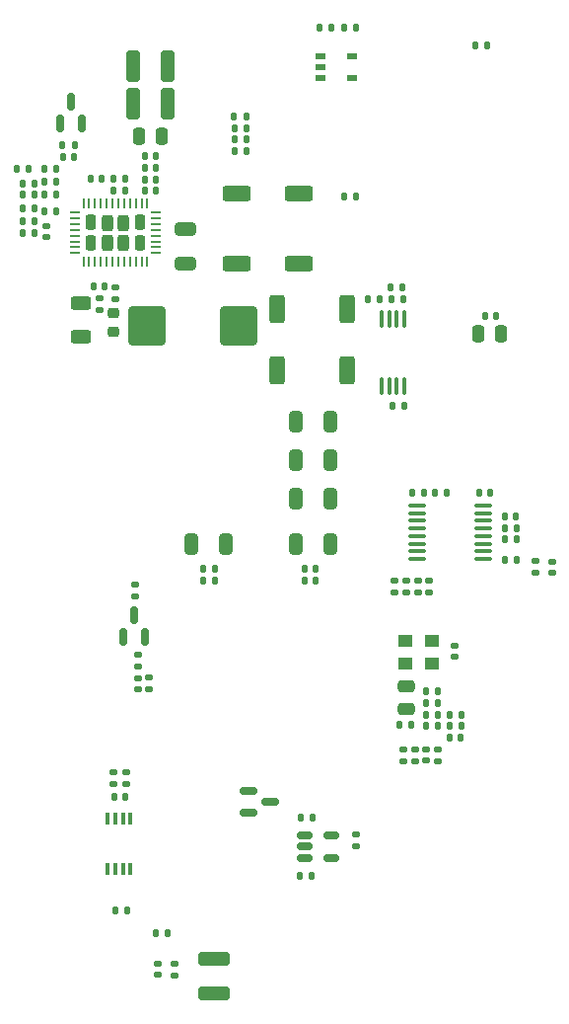
<source format=gbr>
%TF.GenerationSoftware,KiCad,Pcbnew,9.0.2*%
%TF.CreationDate,2025-06-20T12:19:24+03:00*%
%TF.ProjectId,BitshokaNiniV1.1,42697473-686f-46b6-914e-696e6956312e,rev?*%
%TF.SameCoordinates,Original*%
%TF.FileFunction,Paste,Top*%
%TF.FilePolarity,Positive*%
%FSLAX46Y46*%
G04 Gerber Fmt 4.6, Leading zero omitted, Abs format (unit mm)*
G04 Created by KiCad (PCBNEW 9.0.2) date 2025-06-20 12:19:24*
%MOMM*%
%LPD*%
G01*
G04 APERTURE LIST*
G04 Aperture macros list*
%AMRoundRect*
0 Rectangle with rounded corners*
0 $1 Rounding radius*
0 $2 $3 $4 $5 $6 $7 $8 $9 X,Y pos of 4 corners*
0 Add a 4 corners polygon primitive as box body*
4,1,4,$2,$3,$4,$5,$6,$7,$8,$9,$2,$3,0*
0 Add four circle primitives for the rounded corners*
1,1,$1+$1,$2,$3*
1,1,$1+$1,$4,$5*
1,1,$1+$1,$6,$7*
1,1,$1+$1,$8,$9*
0 Add four rect primitives between the rounded corners*
20,1,$1+$1,$2,$3,$4,$5,0*
20,1,$1+$1,$4,$5,$6,$7,0*
20,1,$1+$1,$6,$7,$8,$9,0*
20,1,$1+$1,$8,$9,$2,$3,0*%
G04 Aperture macros list end*
%ADD10RoundRect,0.250000X-0.325000X-0.650000X0.325000X-0.650000X0.325000X0.650000X-0.325000X0.650000X0*%
%ADD11RoundRect,0.250000X0.325000X0.650000X-0.325000X0.650000X-0.325000X-0.650000X0.325000X-0.650000X0*%
%ADD12RoundRect,0.250000X0.650000X-0.325000X0.650000X0.325000X-0.650000X0.325000X-0.650000X-0.325000X0*%
%ADD13RoundRect,0.195000X-1.005000X0.455000X-1.005000X-0.455000X1.005000X-0.455000X1.005000X0.455000X0*%
%ADD14RoundRect,0.495000X1.155000X1.220000X-1.155000X1.220000X-1.155000X-1.220000X1.155000X-1.220000X0*%
%ADD15RoundRect,0.220588X0.229412X-0.429412X0.229412X0.429412X-0.229412X0.429412X-0.229412X-0.429412X0*%
%ADD16RoundRect,0.232843X0.242157X-0.467157X0.242157X0.467157X-0.242157X0.467157X-0.242157X-0.467157X0*%
%ADD17RoundRect,0.062500X0.062500X-0.337500X0.062500X0.337500X-0.062500X0.337500X-0.062500X-0.337500X0*%
%ADD18RoundRect,0.062500X0.337500X-0.062500X0.337500X0.062500X-0.337500X0.062500X-0.337500X-0.062500X0*%
%ADD19RoundRect,0.135000X0.185000X-0.135000X0.185000X0.135000X-0.185000X0.135000X-0.185000X-0.135000X0*%
%ADD20RoundRect,0.135000X0.135000X0.185000X-0.135000X0.185000X-0.135000X-0.185000X0.135000X-0.185000X0*%
%ADD21RoundRect,0.195000X0.455000X1.005000X-0.455000X1.005000X-0.455000X-1.005000X0.455000X-1.005000X0*%
%ADD22RoundRect,0.250000X-1.100000X0.325000X-1.100000X-0.325000X1.100000X-0.325000X1.100000X0.325000X0*%
%ADD23RoundRect,0.140000X-0.140000X-0.170000X0.140000X-0.170000X0.140000X0.170000X-0.140000X0.170000X0*%
%ADD24RoundRect,0.135000X-0.135000X-0.185000X0.135000X-0.185000X0.135000X0.185000X-0.135000X0.185000X0*%
%ADD25RoundRect,0.140000X0.140000X0.170000X-0.140000X0.170000X-0.140000X-0.170000X0.140000X-0.170000X0*%
%ADD26RoundRect,0.135000X-0.185000X0.135000X-0.185000X-0.135000X0.185000X-0.135000X0.185000X0.135000X0*%
%ADD27RoundRect,0.250000X0.625000X-0.312500X0.625000X0.312500X-0.625000X0.312500X-0.625000X-0.312500X0*%
%ADD28RoundRect,0.140000X-0.170000X0.140000X-0.170000X-0.140000X0.170000X-0.140000X0.170000X0.140000X0*%
%ADD29RoundRect,0.250000X-0.250000X-0.475000X0.250000X-0.475000X0.250000X0.475000X-0.250000X0.475000X0*%
%ADD30RoundRect,0.150000X0.150000X-0.587500X0.150000X0.587500X-0.150000X0.587500X-0.150000X-0.587500X0*%
%ADD31RoundRect,0.250000X-0.325000X-1.100000X0.325000X-1.100000X0.325000X1.100000X-0.325000X1.100000X0*%
%ADD32R,1.300000X1.100000*%
%ADD33RoundRect,0.225000X-0.250000X0.225000X-0.250000X-0.225000X0.250000X-0.225000X0.250000X0.225000X0*%
%ADD34R,0.400000X1.100000*%
%ADD35RoundRect,0.150000X-0.512500X-0.150000X0.512500X-0.150000X0.512500X0.150000X-0.512500X0.150000X0*%
%ADD36RoundRect,0.150000X-0.587500X-0.150000X0.587500X-0.150000X0.587500X0.150000X-0.587500X0.150000X0*%
%ADD37RoundRect,0.100000X-0.637500X-0.100000X0.637500X-0.100000X0.637500X0.100000X-0.637500X0.100000X0*%
%ADD38RoundRect,0.140000X0.170000X-0.140000X0.170000X0.140000X-0.170000X0.140000X-0.170000X-0.140000X0*%
%ADD39RoundRect,0.100000X-0.100000X0.637500X-0.100000X-0.637500X0.100000X-0.637500X0.100000X0.637500X0*%
%ADD40RoundRect,0.250000X0.475000X-0.250000X0.475000X0.250000X-0.475000X0.250000X-0.475000X-0.250000X0*%
%ADD41R,0.952500X0.558800*%
G04 APERTURE END LIST*
D10*
%TO.C,C35*%
X109050000Y-104300000D03*
X112000000Y-104300000D03*
%TD*%
D11*
%TO.C,C43*%
X103050000Y-104300000D03*
X100100000Y-104300000D03*
%TD*%
D10*
%TO.C,C17*%
X109050000Y-97100000D03*
X112000000Y-97100000D03*
%TD*%
%TO.C,C16*%
X109050000Y-93800000D03*
X112000000Y-93800000D03*
%TD*%
%TO.C,C15*%
X109050000Y-100400000D03*
X112000000Y-100400000D03*
%TD*%
D12*
%TO.C,C14*%
X99600000Y-80250000D03*
X99600000Y-77300000D03*
%TD*%
D13*
%TO.C,C18*%
X104000000Y-80250000D03*
X104000000Y-74250000D03*
%TD*%
D14*
%TO.C,L1*%
X96300000Y-85600000D03*
X104200000Y-85600000D03*
%TD*%
D15*
%TO.C,U2*%
X91480000Y-78490000D03*
X95680000Y-78490000D03*
D16*
X92880000Y-78440000D03*
X94280000Y-78440000D03*
X92880000Y-76740000D03*
X94280000Y-76740000D03*
D15*
X91480000Y-76690000D03*
X95680000Y-76690000D03*
D17*
X90830000Y-80090000D03*
X91330000Y-80090000D03*
X91830000Y-80090000D03*
X92330000Y-80090000D03*
X92830000Y-80090000D03*
X93330000Y-80090000D03*
X93830000Y-80090000D03*
X94330000Y-80090000D03*
X94830000Y-80090000D03*
X95330000Y-80090000D03*
X95830000Y-80090000D03*
X96330000Y-80090000D03*
D18*
X97080000Y-79340000D03*
X97080000Y-78840000D03*
X97080000Y-78340000D03*
X97080000Y-77840000D03*
X97080000Y-77340000D03*
X97080000Y-76840000D03*
X97080000Y-76340000D03*
X97080000Y-75840000D03*
D17*
X96330000Y-75090000D03*
X95830000Y-75090000D03*
X95330000Y-75090000D03*
X94830000Y-75090000D03*
X94330000Y-75090000D03*
X93830000Y-75090000D03*
X93330000Y-75090000D03*
X92830000Y-75090000D03*
X92330000Y-75090000D03*
X91830000Y-75090000D03*
X91330000Y-75090000D03*
X90830000Y-75090000D03*
D18*
X90080000Y-75840000D03*
X90080000Y-76340000D03*
X90080000Y-76840000D03*
X90080000Y-77340000D03*
X90080000Y-77840000D03*
X90080000Y-78340000D03*
X90080000Y-78840000D03*
X90080000Y-79340000D03*
%TD*%
D19*
%TO.C,R77*%
X120536590Y-108408410D03*
X120536590Y-107388410D03*
%TD*%
D20*
%TO.C,R74*%
X118270000Y-83250000D03*
X117250000Y-83250000D03*
%TD*%
D21*
%TO.C,C20*%
X107500000Y-84100000D03*
X113500000Y-84100000D03*
%TD*%
D20*
%TO.C,R21*%
X128036590Y-105638410D03*
X127016590Y-105638410D03*
%TD*%
D22*
%TO.C,C51*%
X102045000Y-139815000D03*
X102045000Y-142765000D03*
%TD*%
D23*
%TO.C,C9*%
X96090000Y-73000000D03*
X97050000Y-73000000D03*
%TD*%
D24*
%TO.C,R80*%
X103800000Y-69600000D03*
X104820000Y-69600000D03*
%TD*%
D20*
%TO.C,R35*%
X110500000Y-127750000D03*
X109480000Y-127750000D03*
%TD*%
D19*
%TO.C,R38*%
X96500000Y-116770000D03*
X96500000Y-115750000D03*
%TD*%
D25*
%TO.C,C40*%
X102100000Y-107400000D03*
X101140000Y-107400000D03*
%TD*%
D26*
%TO.C,R23*%
X94520000Y-123850000D03*
X94520000Y-124870000D03*
%TD*%
D19*
%TO.C,R33*%
X121286590Y-122888410D03*
X121286590Y-121868410D03*
%TD*%
D23*
%TO.C,C39*%
X109840000Y-107400000D03*
X110800000Y-107400000D03*
%TD*%
D27*
%TO.C,R12*%
X90600000Y-86525000D03*
X90600000Y-83600000D03*
%TD*%
D19*
%TO.C,R78*%
X119536590Y-108408410D03*
X119536590Y-107388410D03*
%TD*%
D28*
%TO.C,C13*%
X87630000Y-77010000D03*
X87630000Y-77970000D03*
%TD*%
D20*
%TO.C,R29*%
X121306590Y-117888410D03*
X120286590Y-117888410D03*
%TD*%
D24*
%TO.C,R1*%
X85590000Y-75500000D03*
X86610000Y-75500000D03*
%TD*%
D20*
%TO.C,R11*%
X94390000Y-72930000D03*
X93370000Y-72930000D03*
%TD*%
D29*
%TO.C,C24*%
X124750000Y-86250000D03*
X126650000Y-86250000D03*
%TD*%
D23*
%TO.C,C10*%
X96105636Y-70993183D03*
X97065636Y-70993183D03*
%TD*%
D20*
%TO.C,R31*%
X121286590Y-119888410D03*
X120266590Y-119888410D03*
%TD*%
D24*
%TO.C,R72*%
X115230000Y-83250000D03*
X116250000Y-83250000D03*
%TD*%
%TO.C,R2*%
X85110000Y-72100000D03*
X86130000Y-72100000D03*
%TD*%
D30*
%TO.C,Q4*%
X88800000Y-68250000D03*
X90700000Y-68250000D03*
X89750000Y-66375000D03*
%TD*%
D31*
%TO.C,C4*%
X95125000Y-66550000D03*
X98075000Y-66550000D03*
%TD*%
D23*
%TO.C,C6*%
X96090000Y-74000000D03*
X97050000Y-74000000D03*
%TD*%
D20*
%TO.C,R30*%
X123286590Y-118888410D03*
X122266590Y-118888410D03*
%TD*%
D23*
%TO.C,C25*%
X125290000Y-84750000D03*
X126250000Y-84750000D03*
%TD*%
D32*
%TO.C,U7*%
X120800000Y-112600000D03*
X118500000Y-112600000D03*
X118500000Y-114500000D03*
X120800000Y-114500000D03*
%TD*%
D25*
%TO.C,C27*%
X118960000Y-119800000D03*
X118000000Y-119800000D03*
%TD*%
D20*
%TO.C,R7*%
X88520000Y-74320000D03*
X87500000Y-74320000D03*
%TD*%
D28*
%TO.C,C29*%
X122680000Y-113010000D03*
X122680000Y-113970000D03*
%TD*%
D19*
%TO.C,R36*%
X95500000Y-114770000D03*
X95500000Y-113750000D03*
%TD*%
D33*
%TO.C,C12*%
X93400000Y-84500000D03*
X93400000Y-86050000D03*
%TD*%
D24*
%TO.C,R19*%
X127036590Y-103888410D03*
X128056590Y-103888410D03*
%TD*%
D19*
%TO.C,R25*%
X98640000Y-141260000D03*
X98640000Y-140240000D03*
%TD*%
D28*
%TO.C,C22*%
X131105000Y-105770000D03*
X131105000Y-106730000D03*
%TD*%
D23*
%TO.C,C74*%
X124500000Y-61500000D03*
X125460000Y-61500000D03*
%TD*%
D34*
%TO.C,U10*%
X94870000Y-127840000D03*
X94220000Y-127840000D03*
X93570000Y-127840000D03*
X92920000Y-127840000D03*
X92920000Y-132140000D03*
X93570000Y-132140000D03*
X94220000Y-132140000D03*
X94870000Y-132140000D03*
%TD*%
D23*
%TO.C,C8*%
X89080000Y-71130000D03*
X90040000Y-71130000D03*
%TD*%
D24*
%TO.C,R5*%
X87490000Y-75720000D03*
X88510000Y-75720000D03*
%TD*%
D20*
%TO.C,R6*%
X88510000Y-72100000D03*
X87490000Y-72100000D03*
%TD*%
D24*
%TO.C,R82*%
X103780000Y-67600000D03*
X104800000Y-67600000D03*
%TD*%
D35*
%TO.C,U5*%
X109843500Y-129279000D03*
X109843500Y-130229000D03*
X109843500Y-131179000D03*
X112118500Y-131179000D03*
X112118500Y-129279000D03*
%TD*%
D23*
%TO.C,C49*%
X127036590Y-101888410D03*
X127996590Y-101888410D03*
%TD*%
D25*
%TO.C,C73*%
X118364000Y-92456000D03*
X117404000Y-92456000D03*
%TD*%
D36*
%TO.C,Q3*%
X105002600Y-125450000D03*
X105002600Y-127350000D03*
X106877600Y-126400000D03*
%TD*%
D20*
%TO.C,R9*%
X94400000Y-73990000D03*
X93380000Y-73990000D03*
%TD*%
D23*
%TO.C,C38*%
X109840000Y-106400000D03*
X110800000Y-106400000D03*
%TD*%
D25*
%TO.C,C23*%
X114200000Y-60030000D03*
X113240000Y-60030000D03*
%TD*%
D13*
%TO.C,C19*%
X109300000Y-80250000D03*
X109300000Y-74250000D03*
%TD*%
D24*
%TO.C,R4*%
X85590000Y-73360000D03*
X86610000Y-73360000D03*
%TD*%
D19*
%TO.C,R17*%
X118536590Y-108408410D03*
X118536590Y-107388410D03*
%TD*%
D23*
%TO.C,C7*%
X96110000Y-72000000D03*
X97070000Y-72000000D03*
%TD*%
D20*
%TO.C,R13*%
X86600000Y-77640000D03*
X85580000Y-77640000D03*
%TD*%
D28*
%TO.C,C53*%
X97200000Y-140250000D03*
X97200000Y-141210000D03*
%TD*%
D20*
%TO.C,R27*%
X121306590Y-116888410D03*
X120286590Y-116888410D03*
%TD*%
D24*
%TO.C,R73*%
X117230000Y-82250000D03*
X118250000Y-82250000D03*
%TD*%
D25*
%TO.C,C28*%
X123246590Y-120888410D03*
X122286590Y-120888410D03*
%TD*%
D37*
%TO.C,U9*%
X119464090Y-100993410D03*
X119464090Y-101643410D03*
X119464090Y-102293410D03*
X119464090Y-102943410D03*
X119464090Y-103593410D03*
X119464090Y-104243410D03*
X119464090Y-104893410D03*
X119464090Y-105543410D03*
X125189090Y-105543410D03*
X125189090Y-104893410D03*
X125189090Y-104243410D03*
X125189090Y-103593410D03*
X125189090Y-102943410D03*
X125189090Y-102293410D03*
X125189090Y-101643410D03*
X125189090Y-100993410D03*
%TD*%
D20*
%TO.C,R18*%
X104820000Y-70600000D03*
X103800000Y-70600000D03*
%TD*%
D19*
%TO.C,R34*%
X119286590Y-122888410D03*
X119286590Y-121868410D03*
%TD*%
D20*
%TO.C,R28*%
X121286590Y-118888410D03*
X120266590Y-118888410D03*
%TD*%
D19*
%TO.C,R37*%
X95250000Y-108770000D03*
X95250000Y-107750000D03*
%TD*%
D24*
%TO.C,R24*%
X93560000Y-135710000D03*
X94580000Y-135710000D03*
%TD*%
%TO.C,R76*%
X121037721Y-99888127D03*
X122057721Y-99888127D03*
%TD*%
D25*
%TO.C,C5*%
X92399253Y-72919077D03*
X91439253Y-72919077D03*
%TD*%
D38*
%TO.C,C34*%
X95500000Y-116750000D03*
X95500000Y-115790000D03*
%TD*%
D19*
%TO.C,R22*%
X93380000Y-124870000D03*
X93380000Y-123850000D03*
%TD*%
D24*
%TO.C,R32*%
X122286590Y-119888410D03*
X123306590Y-119888410D03*
%TD*%
D23*
%TO.C,C26*%
X109440000Y-132739000D03*
X110400000Y-132739000D03*
%TD*%
D39*
%TO.C,U23*%
X118400000Y-85000000D03*
X117750000Y-85000000D03*
X117100000Y-85000000D03*
X116450000Y-85000000D03*
X116450000Y-90725000D03*
X117100000Y-90725000D03*
X117750000Y-90725000D03*
X118400000Y-90725000D03*
%TD*%
D23*
%TO.C,C47*%
X124826590Y-99888410D03*
X125786590Y-99888410D03*
%TD*%
D40*
%TO.C,C33*%
X118536590Y-118388410D03*
X118536590Y-116488410D03*
%TD*%
D25*
%TO.C,C37*%
X102100000Y-106400000D03*
X101140000Y-106400000D03*
%TD*%
%TO.C,C1*%
X92650000Y-82220000D03*
X91690000Y-82220000D03*
%TD*%
D24*
%TO.C,R26*%
X127036590Y-102888410D03*
X128056590Y-102888410D03*
%TD*%
D26*
%TO.C,R79*%
X117536590Y-107388410D03*
X117536590Y-108408410D03*
%TD*%
D30*
%TO.C,Q1*%
X94250000Y-112250000D03*
X96150000Y-112250000D03*
X95200000Y-110375000D03*
%TD*%
D24*
%TO.C,R15*%
X113230000Y-74500000D03*
X114250000Y-74500000D03*
%TD*%
D21*
%TO.C,C72*%
X107500000Y-89400000D03*
X113500000Y-89400000D03*
%TD*%
D31*
%TO.C,C3*%
X95125000Y-63300000D03*
X98075000Y-63300000D03*
%TD*%
D24*
%TO.C,R3*%
X85590000Y-74330000D03*
X86610000Y-74330000D03*
%TD*%
D25*
%TO.C,C50*%
X94440000Y-125940000D03*
X93480000Y-125940000D03*
%TD*%
D20*
%TO.C,R10*%
X88520000Y-73170000D03*
X87500000Y-73170000D03*
%TD*%
D38*
%TO.C,C32*%
X118286590Y-122888410D03*
X118286590Y-121928410D03*
%TD*%
D20*
%TO.C,R75*%
X120056590Y-99888410D03*
X119036590Y-99888410D03*
%TD*%
D24*
%TO.C,R81*%
X103800000Y-68600000D03*
X104820000Y-68600000D03*
%TD*%
D19*
%TO.C,R20*%
X93600000Y-83320000D03*
X93600000Y-82300000D03*
%TD*%
%TO.C,R16*%
X129675000Y-106770000D03*
X129675000Y-105750000D03*
%TD*%
D25*
%TO.C,C52*%
X98040000Y-137640000D03*
X97080000Y-137640000D03*
%TD*%
D28*
%TO.C,C11*%
X92200000Y-83240000D03*
X92200000Y-84200000D03*
%TD*%
D23*
%TO.C,C21*%
X111140000Y-60030000D03*
X112100000Y-60030000D03*
%TD*%
D24*
%TO.C,R14*%
X85580000Y-76570000D03*
X86600000Y-76570000D03*
%TD*%
D28*
%TO.C,C30*%
X114240000Y-129200000D03*
X114240000Y-130160000D03*
%TD*%
D29*
%TO.C,C2*%
X95650000Y-69350000D03*
X97550000Y-69350000D03*
%TD*%
D41*
%TO.C,U3*%
X111185050Y-62440200D03*
X111185050Y-63380000D03*
X111185050Y-64319800D03*
X113940950Y-64319800D03*
X113940950Y-62440200D03*
%TD*%
D28*
%TO.C,C31*%
X120286590Y-121888410D03*
X120286590Y-122848410D03*
%TD*%
D24*
%TO.C,R8*%
X89050000Y-70100000D03*
X90070000Y-70100000D03*
%TD*%
M02*

</source>
